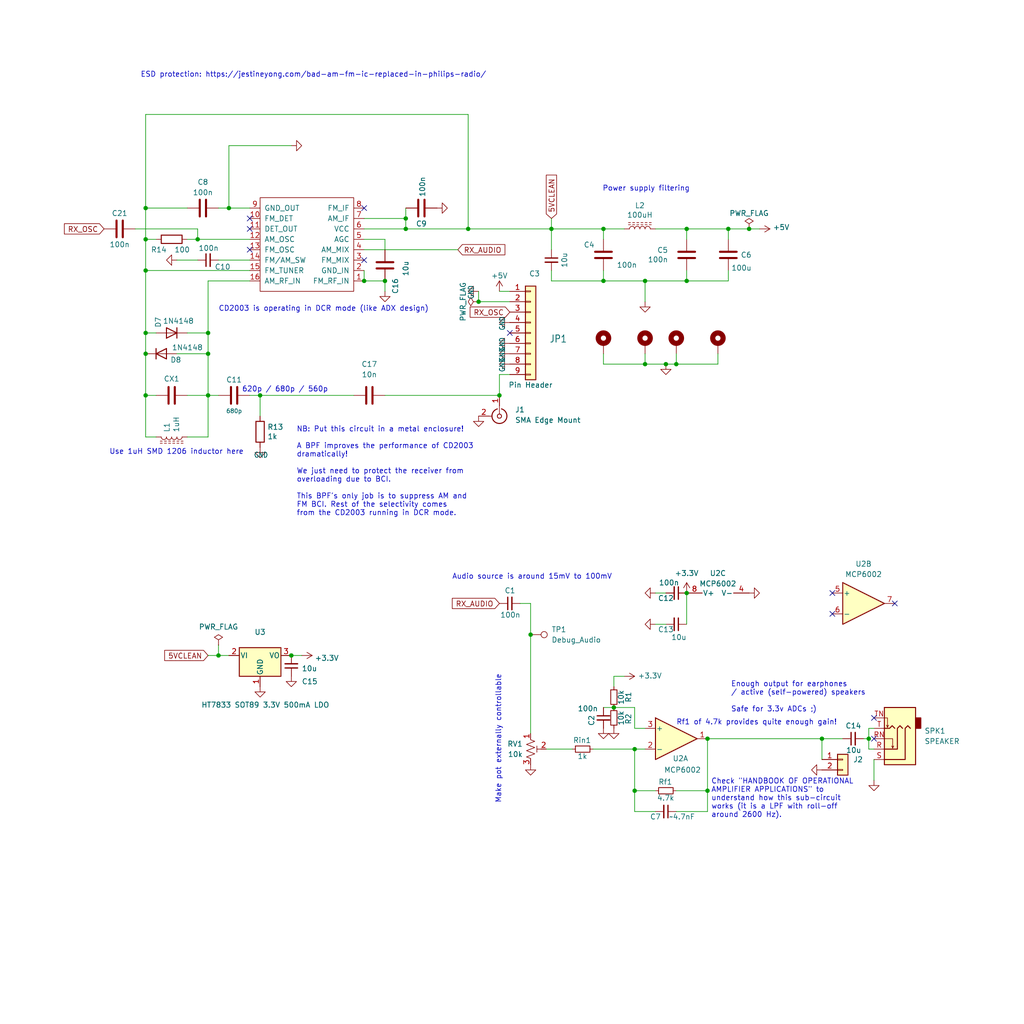
<source format=kicad_sch>
(kicad_sch (version 20230121) (generator eeschema)
  (paper "User" 250.012 250.012)
  (title_block (title "Breakout board (BoB) for CD2003 (DCR Mode)") (date "2023-09-03") (rev "v2.03") (company "Dhiru Kholia (VU3CER)") (comment 1 "Based on ADX and ADX-S designs"))
  (lib_symbols
    (symbol "Amplifier_Operational:MCP6022" (pin_names (offset 0.127))
      (property "Reference" "U" (at 0 5.08 0))
      (property "Value" "MCP6022" (at 0 -5.08 0))
      (symbol "MCP6022_1_1"
        (polyline (pts (xy -5.08 5.08) (xy 5.08 0) (xy -5.08 -5.08) (xy -5.08 5.08)) (stroke (width 0.254)) (fill (type background)))
        (pin output line (at 7.62 0 180) (length 2.54) (name "~") (number "1"))
        (pin input line (at -7.62 -2.54 0) (length 2.54) (name "-") (number "2"))
        (pin input line (at -7.62 2.54 0) (length 2.54) (name "+") (number "3"))
      )
      (symbol "MCP6022_2_1"
        (polyline (pts (xy -5.08 5.08) (xy 5.08 0) (xy -5.08 -5.08) (xy -5.08 5.08)) (stroke (width 0.254)) (fill (type background)))
        (pin input line (at -7.62 2.54 0) (length 2.54) (name "+") (number "5"))
        (pin input line (at -7.62 -2.54 0) (length 2.54) (name "-") (number "6"))
        (pin output line (at 7.62 0 180) (length 2.54) (name "~") (number "7"))
      )
      (symbol "MCP6022_3_1"
        (pin power_in line (at -2.54 -7.62 90) (length 3.81) (name "V-") (number "4"))
        (pin power_in line (at -2.54 7.62 270) (length 3.81) (name "V+") (number "8"))
      )
    )
    (symbol "Connector:Conn_Coaxial" (pin_names (offset 1.016) hide)
      (property "Reference" "J" (at 0.254 3.048 0))
      (property "Value" "Conn_Coaxial" (at 2.921 0 90))
      (symbol "Conn_Coaxial_0_1"
        (arc (start -1.778 -0.508) (mid 0.2311 -1.8066) (end 1.778 0) (stroke (width 0.254)))
        (polyline (pts (xy -2.54 0) (xy -0.508 0)))
        (polyline (pts (xy 0 -2.54) (xy 0 -1.778)))
        (circle (center 0 0) (radius 0.508) (stroke (width 0.2032)))
        (arc (start 1.778 0) (mid 0.2099 1.8101) (end -1.778 0.508) (stroke (width 0.254)))
      )
      (symbol "Conn_Coaxial_1_1"
        (pin passive line (at -5.08 0 0) (length 2.54) (name "In") (number "1"))
        (pin passive line (at 0 -5.08 90) (length 2.54) (name "Ext") (number "2"))
      )
    )
    (symbol "Connector:TestPoint" (pin_numbers hide) (pin_names (offset 0.762) hide)
      (property "Reference" "TP" (at 0 6.858 0))
      (property "Value" "TestPoint" (at 0 5.08 0))
      (symbol "TestPoint_0_1"
        (circle (center 0 3.302) (radius 0.762))
      )
      (symbol "TestPoint_1_1"
        (pin passive line (at 0 0 90) (length 2.54) (name "1") (number "1"))
      )
    )
    (symbol "Connector_Audio:AudioJack3_SwitchTR"
      (property "Reference" "J" (at 0 8.89 0))
      (property "Value" "AudioJack3_SwitchTR" (at 0 6.35 0))
      (symbol "AudioJack3_SwitchTR_0_1"
        (rectangle (start -5.08 -5.08) (end -6.35 -7.62) (stroke (width 0.254)) (fill (type outline)))
        (polyline (pts (xy 0.508 -0.254) (xy 0.762 -0.762)))
        (polyline (pts (xy 1.778 -5.334) (xy 2.032 -5.842)))
        (polyline (pts (xy 0 -5.08) (xy 0.635 -5.715) (xy 1.27 -5.08) (xy 2.54 -5.08)) (stroke (width 0.254)))
        (polyline (pts (xy 2.54 -7.62) (xy 1.778 -7.62) (xy 1.778 -5.334) (xy 1.524 -5.842)))
        (polyline (pts (xy 2.54 -2.54) (xy 0.508 -2.54) (xy 0.508 -0.254) (xy 0.254 -0.762)))
        (polyline (pts (xy -1.905 -5.08) (xy -1.27 -5.715) (xy -0.635 -5.08) (xy -0.635 0) (xy 2.54 0)) (stroke (width 0.254)))
        (polyline (pts (xy 2.54 2.54) (xy -2.54 2.54) (xy -2.54 -5.08) (xy -3.175 -5.715) (xy -3.81 -5.08)) (stroke (width 0.254)))
        (rectangle (start 2.54 3.81) (end -5.08 -10.16) (stroke (width 0.254)) (fill (type background)))
      )
      (symbol "AudioJack3_SwitchTR_1_1"
        (pin passive line (at 5.08 0 180) (length 2.54) (name "~") (number "R"))
        (pin passive line (at 5.08 -2.54 180) (length 2.54) (name "~") (number "RN"))
        (pin passive line (at 5.08 2.54 180) (length 2.54) (name "~") (number "S"))
        (pin passive line (at 5.08 -5.08 180) (length 2.54) (name "~") (number "T"))
        (pin passive line (at 5.08 -7.62 180) (length 2.54) (name "~") (number "TN"))
      )
    )
    (symbol "Connector_Generic:Conn_01x02" (pin_names (offset 1.016) hide)
      (property "Reference" "J" (at 0 2.54 0))
      (property "Value" "Conn_01x02" (at 0 -5.08 0))
      (symbol "Conn_01x02_1_1"
        (rectangle (start -1.27 -2.413) (end 0 -2.667) (stroke (width 0.1524)))
        (rectangle (start -1.27 0.127) (end 0 -0.127) (stroke (width 0.1524)))
        (rectangle (start -1.27 1.27) (end 1.27 -3.81) (stroke (width 0.254)) (fill (type background)))
        (pin passive line (at -5.08 0 0) (length 3.81) (name "Pin_1") (number "1"))
        (pin passive line (at -5.08 -2.54 0) (length 3.81) (name "Pin_2") (number "2"))
      )
    )
    (symbol "Connector_Generic:Conn_01x09" (pin_names (offset 1.016) hide)
      (property "Reference" "J" (at 0 12.7 0))
      (property "Value" "Conn_01x09" (at 0 -12.7 0))
      (symbol "Conn_01x09_1_1"
        (rectangle (start -1.27 -10.033) (end 0 -10.287) (stroke (width 0.1524)))
        (rectangle (start -1.27 -7.493) (end 0 -7.747) (stroke (width 0.1524)))
        (rectangle (start -1.27 -4.953) (end 0 -5.207) (stroke (width 0.1524)))
        (rectangle (start -1.27 -2.413) (end 0 -2.667) (stroke (width 0.1524)))
        (rectangle (start -1.27 0.127) (end 0 -0.127) (stroke (width 0.1524)))
        (rectangle (start -1.27 2.667) (end 0 2.413) (stroke (width 0.1524)))
        (rectangle (start -1.27 5.207) (end 0 4.953) (stroke (width 0.1524)))
        (rectangle (start -1.27 7.747) (end 0 7.493) (stroke (width 0.1524)))
        (rectangle (start -1.27 10.287) (end 0 10.033) (stroke (width 0.1524)))
        (rectangle (start -1.27 11.43) (end 1.27 -11.43) (stroke (width 0.254)) (fill (type background)))
        (pin passive line (at -5.08 10.16 0) (length 3.81) (name "Pin_1") (number "1"))
        (pin passive line (at -5.08 7.62 0) (length 3.81) (name "Pin_2") (number "2"))
        (pin passive line (at -5.08 5.08 0) (length 3.81) (name "Pin_3") (number "3"))
        (pin passive line (at -5.08 2.54 0) (length 3.81) (name "Pin_4") (number "4"))
        (pin passive line (at -5.08 0 0) (length 3.81) (name "Pin_5") (number "5"))
        (pin passive line (at -5.08 -2.54 0) (length 3.81) (name "Pin_6") (number "6"))
        (pin passive line (at -5.08 -5.08 0) (length 3.81) (name "Pin_7") (number "7"))
        (pin passive line (at -5.08 -7.62 0) (length 3.81) (name "Pin_8") (number "8"))
        (pin passive line (at -5.08 -10.16 0) (length 3.81) (name "Pin_9") (number "9"))
      )
    )
    (symbol "D_1" (pin_numbers hide) (pin_names (offset 1.016) hide)
      (property "Reference" "D" (at 0 2.54 0))
      (property "Value" "D" (at 0 -2.54 0))
      (symbol "D_1_0_1"
        (polyline (pts (xy -1.27 1.27) (xy -1.27 -1.27)) (stroke (width 0.254)))
        (polyline (pts (xy 1.27 0) (xy -1.27 0)))
        (polyline (pts (xy 1.27 1.27) (xy 1.27 -1.27) (xy -1.27 0) (xy 1.27 1.27)) (stroke (width 0.254)))
      )
      (symbol "D_1_1_1"
        (pin passive line (at -3.81 0 0) (length 2.54) (name "K") (number "1"))
        (pin passive line (at 3.81 0 180) (length 2.54) (name "A") (number "2"))
      )
    )
    (symbol "Device:C" (pin_numbers hide) (pin_names (offset 0.254))
      (property "Reference" "C" (at 0.635 2.54 0))
      (property "Value" "C" (at 0.635 -2.54 0))
      (symbol "C_0_1"
        (polyline (pts (xy -2.032 -0.762) (xy 2.032 -0.762)) (stroke (width 0.508)))
        (polyline (pts (xy -2.032 0.762) (xy 2.032 0.762)) (stroke (width 0.508)))
      )
      (symbol "C_1_1"
        (pin passive line (at 0 3.81 270) (length 2.794) (name "~") (number "1"))
        (pin passive line (at 0 -3.81 90) (length 2.794) (name "~") (number "2"))
      )
    )
    (symbol "Device:C_Small" (pin_numbers hide) (pin_names (offset 0.254) hide)
      (property "Reference" "C" (at 0.254 1.778 0))
      (property "Value" "C_Small" (at 0.254 -2.032 0))
      (symbol "C_Small_0_1"
        (polyline (pts (xy -1.524 -0.508) (xy 1.524 -0.508)) (stroke (width 0.3302)))
        (polyline (pts (xy -1.524 0.508) (xy 1.524 0.508)) (stroke (width 0.3048)))
      )
      (symbol "C_Small_1_1"
        (pin passive line (at 0 2.54 270) (length 2.032) (name "~") (number "1"))
        (pin passive line (at 0 -2.54 90) (length 2.032) (name "~") (number "2"))
      )
    )
    (symbol "Device:D" (pin_numbers hide) (pin_names (offset 1.016) hide)
      (property "Reference" "D" (at 0 2.54 0))
      (property "Value" "D" (at 0 -2.54 0))
      (symbol "D_0_1"
        (polyline (pts (xy -1.27 1.27) (xy -1.27 -1.27)) (stroke (width 0.254)))
        (polyline (pts (xy 1.27 0) (xy -1.27 0)))
        (polyline (pts (xy 1.27 1.27) (xy 1.27 -1.27) (xy -1.27 0) (xy 1.27 1.27)) (stroke (width 0.254)))
      )
      (symbol "D_1_1"
        (pin passive line (at -3.81 0 0) (length 2.54) (name "K") (number "1"))
        (pin passive line (at 3.81 0 180) (length 2.54) (name "A") (number "2"))
      )
    )
    (symbol "Device:L_Ferrite" (pin_numbers hide) (pin_names (offset 1.016) hide)
      (property "Reference" "L" (at -1.27 0 90))
      (property "Value" "L_Ferrite" (at 2.794 0 90))
      (symbol "L_Ferrite_0_1"
        (arc (start 0 -2.54) (mid 0.6323 -1.905) (end 0 -1.27))
        (arc (start 0 -1.27) (mid 0.6323 -0.635) (end 0 0))
        (polyline (pts (xy 1.016 -2.794) (xy 1.016 -2.286)))
        (polyline (pts (xy 1.016 -1.778) (xy 1.016 -1.27)))
        (polyline (pts (xy 1.016 -0.762) (xy 1.016 -0.254)))
        (polyline (pts (xy 1.016 0.254) (xy 1.016 0.762)))
        (polyline (pts (xy 1.016 1.27) (xy 1.016 1.778)))
        (polyline (pts (xy 1.016 2.286) (xy 1.016 2.794)))
        (polyline (pts (xy 1.524 -2.286) (xy 1.524 -2.794)))
        (polyline (pts (xy 1.524 -1.27) (xy 1.524 -1.778)))
        (polyline (pts (xy 1.524 -0.254) (xy 1.524 -0.762)))
        (polyline (pts (xy 1.524 0.762) (xy 1.524 0.254)))
        (polyline (pts (xy 1.524 1.778) (xy 1.524 1.27)))
        (polyline (pts (xy 1.524 2.794) (xy 1.524 2.286)))
        (arc (start 0 0) (mid 0.6323 0.635) (end 0 1.27))
        (arc (start 0 1.27) (mid 0.6323 1.905) (end 0 2.54))
      )
      (symbol "L_Ferrite_1_1"
        (pin passive line (at 0 3.81 270) (length 1.27) (name "1") (number "1"))
        (pin passive line (at 0 -3.81 90) (length 1.27) (name "2") (number "2"))
      )
    )
    (symbol "Device:R" (pin_numbers hide) (pin_names (offset 0))
      (property "Reference" "R" (at 2.032 0 90))
      (property "Value" "R" (at 0 0 90))
      (symbol "R_0_1"
        (rectangle (start -1.016 -2.54) (end 1.016 2.54) (stroke (width 0.254)))
      )
      (symbol "R_1_1"
        (pin passive line (at 0 3.81 270) (length 1.27) (name "~") (number "1"))
        (pin passive line (at 0 -3.81 90) (length 1.27) (name "~") (number "2"))
      )
    )
    (symbol "Device:R_Potentiometer_Trim_US" (pin_names (offset 1.016) hide)
      (property "Reference" "RV" (at -4.445 0 90))
      (property "Value" "R_Potentiometer_Trim_US" (at -2.54 0 90))
      (symbol "R_Potentiometer_Trim_US_0_1"
        (polyline (pts (xy 0 -2.286) (xy 0 -2.54)))
        (polyline (pts (xy 0 2.286) (xy 0 2.54)))
        (polyline (pts (xy 1.524 0.762) (xy 1.524 -0.762)))
        (polyline (pts (xy 2.54 0) (xy 1.524 0)))
        (polyline (pts (xy 0 -0.762) (xy 1.016 -1.143) (xy 0 -1.524) (xy -1.016 -1.905) (xy 0 -2.286)))
        (polyline (pts (xy 0 0.762) (xy 1.016 0.381) (xy 0 0) (xy -1.016 -0.381) (xy 0 -0.762)))
        (polyline (pts (xy 0 2.286) (xy 1.016 1.905) (xy 0 1.524) (xy -1.016 1.143) (xy 0 0.762)))
      )
      (symbol "R_Potentiometer_Trim_US_1_1"
        (pin passive line (at 0 3.81 270) (length 1.27) (name "1") (number "1"))
        (pin passive line (at 3.81 0 180) (length 1.27) (name "2") (number "2"))
        (pin passive line (at 0 -3.81 90) (length 1.27) (name "3") (number "3"))
      )
    )
    (symbol "Device:R_Small" (pin_numbers hide) (pin_names (offset 0.254) hide)
      (property "Reference" "R" (at 0.762 0.508 0))
      (property "Value" "R_Small" (at 0.762 -1.016 0))
      (symbol "R_Small_0_1"
        (rectangle (start -0.762 1.778) (end 0.762 -1.778) (stroke (width 0.2032)))
      )
      (symbol "R_Small_1_1"
        (pin passive line (at 0 2.54 270) (length 0.762) (name "~") (number "1"))
        (pin passive line (at 0 -2.54 90) (length 0.762) (name "~") (number "2"))
      )
    )
    (symbol "Mechanical:MountingHole_Pad" (pin_numbers hide) (pin_names (offset 1.016) hide)
      (property "Reference" "H" (at 0 6.35 0))
      (property "Value" "MountingHole_Pad" (at 0 4.445 0))
      (symbol "MountingHole_Pad_0_1"
        (circle (center 0 1.27) (radius 1.27) (stroke (width 1.27)))
      )
      (symbol "MountingHole_Pad_1_1"
        (pin input line (at 0 -2.54 90) (length 2.54) (name "1") (number "1"))
      )
    )
    (symbol "Regulator_Linear:MCP1703Ax-330xxMB" (pin_names (offset 0.254))
      (property "Reference" "U" (at -3.81 3.175 0))
      (property "Value" "MCP1703Ax-330xxMB" (at 0 3.175 0))
      (symbol "MCP1703Ax-330xxMB_0_1"
        (rectangle (start -5.08 -5.08) (end 5.08 1.905) (stroke (width 0.254)) (fill (type background)))
      )
      (symbol "MCP1703Ax-330xxMB_1_1"
        (pin power_in line (at 0 -7.62 90) (length 2.54) (name "GND") (number "1"))
        (pin power_in line (at -7.62 0 0) (length 2.54) (name "VI") (number "2"))
        (pin power_out line (at 7.62 0 180) (length 2.54) (name "VO") (number "3"))
      )
    )
    (symbol "cd2003gb_gp_fixed:CD2003GB_GP_Fixed" (pin_names (offset 1.016))
      (symbol "CD2003GB_GP_Fixed_0_1"
        (rectangle (start -11.43 17.78) (end 11.43 -5.08))
      )
      (symbol "CD2003GB_GP_Fixed_1_1"
        (pin input line (at -8.89 -7.62 90) (length 2.54) (name "FM_RF_IN") (number "1"))
        (pin input line (at 6.35 20.32 270) (length 2.54) (name "FM_DET") (number "10"))
        (pin input line (at 3.81 20.32 270) (length 2.54) (name "DET_OUT") (number "11"))
        (pin input line (at 1.27 20.32 270) (length 2.54) (name "AM_OSC") (number "12"))
        (pin input line (at -1.27 20.32 270) (length 2.54) (name "FM_OSC") (number "13"))
        (pin input line (at -3.81 20.32 270) (length 2.54) (name "FM/AM_SW") (number "14"))
        (pin input line (at -6.35 20.32 270) (length 2.54) (name "FM_TUNER") (number "15"))
        (pin input line (at -8.89 20.32 270) (length 2.54) (name "AM_RF_IN") (number "16"))
        (pin input line (at -6.35 -7.62 90) (length 2.54) (name "GND_IN") (number "2"))
        (pin input line (at -3.81 -7.62 90) (length 2.54) (name "FM_MIX") (number "3"))
        (pin input line (at -1.27 -7.62 90) (length 2.54) (name "AM_MIX") (number "4"))
        (pin passive line (at 1.27 -7.62 90) (length 2.54) (name "AGC") (number "5"))
        (pin input line (at 3.81 -7.62 90) (length 2.54) (name "VCC") (number "6"))
        (pin input line (at 6.35 -7.62 90) (length 2.54) (name "AM_IF") (number "7"))
        (pin input line (at 8.89 -7.62 90) (length 2.54) (name "FM_IF") (number "8"))
        (pin input line (at 8.89 20.32 270) (length 2.54) (name "GND_OUT") (number "9"))
      )
    )
    (symbol "power:+3.3V" (power) (pin_names (offset 0))
      (property "Value" "+3.3V" (at 0 3.556 0))
      (symbol "+3.3V_0_1"
        (polyline (pts (xy -0.762 1.27) (xy 0 2.54)))
        (polyline (pts (xy 0 0) (xy 0 2.54)))
        (polyline (pts (xy 0 2.54) (xy 0.762 1.27)))
      )
      (symbol "+3.3V_1_1"
        (pin power_in line (at 0 0 90) (length 0) hide (name "+3.3V") (number "1"))
      )
    )
    (symbol "power:+5V" (power) (pin_names (offset 0))
      (property "Value" "+5V" (at 0 3.556 0))
      (symbol "+5V_0_1"
        (polyline (pts (xy -0.762 1.27) (xy 0 2.54)))
        (polyline (pts (xy 0 0) (xy 0 2.54)))
        (polyline (pts (xy 0 2.54) (xy 0.762 1.27)))
      )
      (symbol "+5V_1_1"
        (pin power_in line (at 0 0 90) (length 0) hide (name "+5V") (number "1"))
      )
    )
    (symbol "power:GND" (power) (pin_names (offset 0))
      (property "Value" "GND" (at 0 -3.81 0))
      (symbol "GND_0_1"
        (polyline (pts (xy 0 0) (xy 0 -1.27) (xy 1.27 -1.27) (xy 0 -2.54) (xy -1.27 -1.27) (xy 0 -1.27)))
      )
      (symbol "GND_1_1"
        (pin power_in line (at 0 0 270) (length 0) hide (name "GND") (number "1"))
      )
    )
    (symbol "power:PWR_FLAG" (power) (pin_numbers hide) (pin_names (offset 0) hide)
      (property "Value" "PWR_FLAG" (at 0 3.81 0))
      (symbol "PWR_FLAG_0_0"
        (pin power_out line (at 0 0 90) (length 0) (name "pwr") (number "1"))
      )
      (symbol "PWR_FLAG_0_1"
        (polyline (pts (xy 0 0) (xy 0 1.27) (xy -1.016 1.905) (xy 0 2.54) (xy 1.016 1.905) (xy 0 1.27)))
      )
    )
  )
  (junction (at 121.92 96.52))
  (junction (at 50.8 86.36))
  (junction (at 116.84 73.66))
  (junction (at 167.64 144.78))
  (junction (at 50.8 96.52))
  (junction (at 88.9 68.58))
  (junction (at 71.12 160.02))
  (junction (at 212.09 180.34))
  (junction (at 167.64 55.88))
  (junction (at 50.8 81.28))
  (junction (at 154.94 182.88))
  (junction (at 157.48 68.58))
  (junction (at 35.56 96.52))
  (junction (at 147.32 55.88))
  (junction (at 182.88 55.88))
  (junction (at 200.66 180.34))
  (junction (at 129.54 154.94))
  (junction (at 48.26 58.42))
  (junction (at 99.06 53.34))
  (junction (at 35.56 86.36))
  (junction (at 55.88 50.8))
  (junction (at 172.72 180.34))
  (junction (at 93.98 68.58))
  (junction (at 99.06 55.88))
  (junction (at 134.62 55.88))
  (junction (at 162.56 88.9))
  (junction (at 177.8 55.88))
  (junction (at 114.3 55.88))
  (junction (at 149.86 172.72))
  (junction (at 167.64 68.58))
  (junction (at 165.1 88.9))
  (junction (at 53.34 160.02))
  (junction (at 147.32 68.58))
  (junction (at 157.48 88.9))
  (junction (at 172.72 193.04))
  (junction (at 35.56 66.04))
  (junction (at 35.56 50.8))
  (junction (at 35.56 58.42))
  (junction (at 63.5 96.52))
  (junction (at 154.94 193.04))
  (junction (at 35.56 81.28))
  (no_connect (at 213.36 175.26))
  (no_connect (at 203.2 149.86))
  (no_connect (at 60.96 60.96))
  (no_connect (at 88.9 63.5))
  (no_connect (at 60.96 55.88))
  (no_connect (at 124.46 81.28))
  (no_connect (at 203.2 144.78))
  (no_connect (at 60.96 53.34))
  (no_connect (at 218.44 147.32))
  (no_connect (at 88.9 50.8))
  (no_connect (at 213.36 180.34))
  (wire (pts (xy 121.92 96.52) (xy 121.92 91.44)))
  (wire (pts (xy 149.86 165.1) (xy 149.86 167.64)))
  (wire (pts (xy 50.8 96.52) (xy 53.34 96.52)))
  (wire (pts (xy 127 147.32) (xy 129.54 147.32)))
  (wire (pts (xy 53.34 50.8) (xy 55.88 50.8)))
  (wire (pts (xy 212.09 180.34) (xy 212.09 177.8)))
  (wire (pts (xy 121.92 71.12) (xy 124.46 71.12)))
  (wire (pts (xy 60.96 96.52) (xy 63.5 96.52)))
  (wire (pts (xy 149.86 172.72) (xy 154.94 172.72)))
  (wire (pts (xy 147.32 68.58) (xy 157.48 68.58)))
  (wire (pts (xy 45.72 81.28) (xy 50.8 81.28)))
  (wire (pts (xy 63.5 101.6) (xy 63.5 96.52)))
  (wire (pts (xy 93.98 68.58) (xy 93.98 71.12)))
  (wire (pts (xy 114.3 55.88) (xy 134.62 55.88)))
  (wire (pts (xy 154.94 193.04) (xy 154.94 182.88)))
  (wire (pts (xy 172.72 180.34) (xy 172.72 193.04)))
  (wire (pts (xy 134.62 55.88) (xy 134.62 60.96)))
  (wire (pts (xy 177.8 66.04) (xy 177.8 68.58)))
  (wire (pts (xy 157.48 88.9) (xy 162.56 88.9)))
  (wire (pts (xy 147.32 86.36) (xy 147.32 88.9)))
  (wire (pts (xy 38.1 81.28) (xy 35.56 81.28)))
  (wire (pts (xy 121.92 91.44) (xy 124.46 91.44)))
  (wire (pts (xy 55.88 50.8) (xy 55.88 35.56)))
  (wire (pts (xy 53.34 157.48) (xy 53.34 160.02)))
  (wire (pts (xy 157.48 86.36) (xy 157.48 88.9)))
  (wire (pts (xy 210.82 180.34) (xy 212.09 180.34)))
  (wire (pts (xy 55.88 35.56) (xy 71.12 35.56)))
  (wire (pts (xy 35.56 96.52) (xy 38.1 96.52)))
  (wire (pts (xy 147.32 88.9) (xy 157.48 88.9)))
  (wire (pts (xy 134.62 55.88) (xy 147.32 55.88)))
  (wire (pts (xy 200.66 180.34) (xy 200.66 185.42)))
  (wire (pts (xy 53.34 160.02) (xy 55.88 160.02)))
  (wire (pts (xy 147.32 172.72) (xy 149.86 172.72)))
  (wire (pts (xy 134.62 66.04) (xy 134.62 68.58)))
  (wire (pts (xy 157.48 68.58) (xy 167.64 68.58)))
  (wire (pts (xy 93.98 96.52) (xy 121.92 96.52)))
  (wire (pts (xy 177.8 55.88) (xy 182.88 55.88)))
  (wire (pts (xy 212.09 177.8) (xy 213.36 177.8)))
  (wire (pts (xy 35.56 50.8) (xy 45.72 50.8)))
  (wire (pts (xy 60.96 50.8) (xy 55.88 50.8)))
  (wire (pts (xy 167.64 55.88) (xy 167.64 58.42)))
  (wire (pts (xy 116.84 71.12) (xy 116.84 73.66)))
  (wire (pts (xy 99.06 50.8) (xy 99.06 53.34)))
  (wire (pts (xy 172.72 180.34) (xy 200.66 180.34)))
  (wire (pts (xy 53.34 63.5) (xy 60.96 63.5)))
  (wire (pts (xy 88.9 53.34) (xy 99.06 53.34)))
  (wire (pts (xy 177.8 55.88) (xy 177.8 58.42)))
  (wire (pts (xy 167.64 55.88) (xy 177.8 55.88)))
  (wire (pts (xy 162.56 144.78) (xy 160.02 144.78)))
  (wire (pts (xy 50.8 86.36) (xy 50.8 81.28)))
  (wire (pts (xy 175.26 88.9) (xy 175.26 86.36)))
  (wire (pts (xy 154.94 177.8) (xy 157.48 177.8)))
  (wire (pts (xy 165.1 193.04) (xy 172.72 193.04)))
  (wire (pts (xy 160.02 193.04) (xy 154.94 193.04)))
  (wire (pts (xy 129.54 147.32) (xy 129.54 154.94)))
  (wire (pts (xy 35.56 58.42) (xy 35.56 50.8)))
  (wire (pts (xy 99.06 53.34) (xy 99.06 55.88)))
  (wire (pts (xy 147.32 58.42) (xy 147.32 55.88)))
  (wire (pts (xy 50.8 96.52) (xy 50.8 86.36)))
  (wire (pts (xy 35.56 66.04) (xy 35.56 58.42)))
  (wire (pts (xy 88.9 60.96) (xy 111.76 60.96)))
  (wire (pts (xy 154.94 172.72) (xy 154.94 177.8)))
  (wire (pts (xy 50.8 68.58) (xy 60.96 68.58)))
  (wire (pts (xy 43.18 86.36) (xy 50.8 86.36)))
  (wire (pts (xy 162.56 88.9) (xy 165.1 88.9)))
  (wire (pts (xy 114.3 27.94) (xy 114.3 55.88)))
  (wire (pts (xy 129.54 154.94) (xy 129.54 179.07)))
  (wire (pts (xy 154.94 182.88) (xy 157.48 182.88)))
  (wire (pts (xy 43.18 63.5) (xy 48.26 63.5)))
  (wire (pts (xy 133.35 182.88) (xy 139.7 182.88)))
  (wire (pts (xy 35.56 96.52) (xy 35.56 86.36)))
  (wire (pts (xy 167.64 66.04) (xy 167.64 68.58)))
  (wire (pts (xy 35.56 81.28) (xy 35.56 86.36)))
  (wire (pts (xy 35.56 66.04) (xy 60.96 66.04)))
  (wire (pts (xy 88.9 68.58) (xy 93.98 68.58)))
  (wire (pts (xy 165.1 198.12) (xy 172.72 198.12)))
  (wire (pts (xy 116.84 73.66) (xy 124.46 73.66)))
  (wire (pts (xy 35.56 50.8) (xy 35.56 27.94)))
  (wire (pts (xy 200.66 180.34) (xy 205.74 180.34)))
  (wire (pts (xy 48.26 58.42) (xy 60.96 58.42)))
  (wire (pts (xy 71.12 160.02) (xy 73.66 160.02)))
  (wire (pts (xy 88.9 55.88) (xy 99.06 55.88)))
  (wire (pts (xy 172.72 198.12) (xy 172.72 193.04)))
  (wire (pts (xy 38.1 106.68) (xy 35.56 106.68)))
  (wire (pts (xy 154.94 198.12) (xy 160.02 198.12)))
  (wire (pts (xy 50.8 68.58) (xy 50.8 81.28)))
  (wire (pts (xy 212.09 182.88) (xy 212.09 180.34)))
  (wire (pts (xy 147.32 66.04) (xy 147.32 68.58)))
  (wire (pts (xy 35.56 27.94) (xy 114.3 27.94)))
  (wire (pts (xy 154.94 198.12) (xy 154.94 193.04)))
  (wire (pts (xy 152.4 165.1) (xy 149.86 165.1)))
  (wire (pts (xy 38.1 58.42) (xy 35.56 58.42)))
  (wire (pts (xy 157.48 73.66) (xy 157.48 68.58)))
  (wire (pts (xy 45.72 106.68) (xy 50.8 106.68)))
  (wire (pts (xy 134.62 53.34) (xy 134.62 55.88)))
  (wire (pts (xy 35.56 66.04) (xy 35.56 81.28)))
  (wire (pts (xy 45.72 96.52) (xy 50.8 96.52)))
  (wire (pts (xy 99.06 55.88) (xy 114.3 55.88)))
  (wire (pts (xy 50.8 96.52) (xy 50.8 106.68)))
  (wire (pts (xy 35.56 96.52) (xy 35.56 106.68)))
  (wire (pts (xy 167.64 144.78) (xy 167.64 152.4)))
  (wire (pts (xy 134.62 68.58) (xy 147.32 68.58)))
  (wire (pts (xy 213.36 182.88) (xy 212.09 182.88)))
  (wire (pts (xy 33.02 55.88) (xy 48.26 55.88)))
  (wire (pts (xy 50.8 160.02) (xy 53.34 160.02)))
  (wire (pts (xy 93.98 58.42) (xy 93.98 60.96)))
  (wire (pts (xy 165.1 86.36) (xy 165.1 88.9)))
  (wire (pts (xy 45.72 58.42) (xy 48.26 58.42)))
  (wire (pts (xy 167.64 68.58) (xy 177.8 68.58)))
  (wire (pts (xy 48.26 55.88) (xy 48.26 58.42)))
  (wire (pts (xy 162.56 152.4) (xy 160.02 152.4)))
  (wire (pts (xy 88.9 66.04) (xy 88.9 68.58)))
  (wire (pts (xy 213.36 185.42) (xy 213.36 190.5)))
  (wire (pts (xy 147.32 55.88) (xy 152.4 55.88)))
  (wire (pts (xy 182.88 55.88) (xy 185.42 55.88)))
  (wire (pts (xy 165.1 88.9) (xy 175.26 88.9)))
  (wire (pts (xy 160.02 55.88) (xy 167.64 55.88)))
  (wire (pts (xy 88.9 58.42) (xy 93.98 58.42)))
  (wire (pts (xy 144.78 182.88) (xy 154.94 182.88)))
  (wire (pts (xy 63.5 96.52) (xy 86.36 96.52)))
  (text "Check \"HANDBOOK OF OPERATIONAL\nAMPLIFIER APPLICATIONS\" to \nunderstand how this sub-circuit\nworks (it is a LPF with roll-off\naround 2600 Hz)." (at 173.609 199.771 0) (effects (font (size 1.27 1.27)) (justify left bottom)))
  (text "Use 1uH SMD 1206 inductor here" (at 26.67 111.125 0) (effects (font (size 1.27 1.27)) (justify left bottom)))
  (text "Enough output for earphones \n/ active (self-powered) speakers\n\nSafe for 3.3v ADCs ;)" (at 178.435 173.99 0) (effects (font (size 1.27 1.27)) (justify left bottom)))
  (text "Rf1 of 4.7k provides quite enough gain!" (at 165.1 177.165 0) (effects (font (size 1.27 1.27)) (justify left bottom)))
  (text "Make pot externally controllable" (at 122.428 196.215 90) (effects (font (size 1.27 1.27)) (justify left bottom)))
  (text "NB: Put this circuit in a metal enclosure!\n\nA BPF improves the performance of CD2003\ndramatically!\n\nWe just need to protect the receiver from\noverloading due to BCI.\n\nThis BPF's only job is to suppress AM and \nFM BCI. Rest of the selectivity comes\nfrom the CD2003 running in DCR mode.\n\n\n" (at 72.39 130.175 0) (effects (font (size 1.27 1.27)) (justify left bottom)))
  (text "Power supply filtering" (at 147.066 46.863 0) (effects (font (size 1.27 1.27)) (justify left bottom)))
  (text "Audio source is around 15mV to 100mV" (at 110.363 141.605 0) (effects (font (size 1.27 1.27)) (justify left bottom)))
  (text "620p / 680p / 560p" (at 59.055 95.885 0) (effects (font (size 1.27 1.27)) (justify left bottom)))
  (text "CD2003 is operating in DCR mode (like ADX design)" (at 53.34 76.2 0) (effects (font (size 1.27 1.27)) (justify left bottom)))
  (text "ESD protection: https://jestineyong.com/bad-am-fm-ic-replaced-in-philips-radio/" (at 118.745 19.05 0) (effects (font (size 1.27 1.27)) (justify right bottom)))
  (global_label "5VCLEAN" (shape input) (at 50.8 160.02 180) (property "Intersheetrefs" "${INTERSHEET_REFS}" (effects hide)))
  (global_label "RX_OSC" (shape input) (at 25.4 55.88 180) (property "Intersheetrefs" "${INTERSHEET_REFS}" (effects hide)))
  (global_label "RX_AUDIO" (shape input) (at 111.76 60.96 0) (property "Intersheetrefs" "${INTERSHEET_REFS}" (effects hide)))
  (global_label "RX_AUDIO" (shape input) (at 121.92 147.32 180) (property "Intersheetrefs" "${INTERSHEET_REFS}" (effects hide)))
  (global_label "5VCLEAN" (shape input) (at 134.62 53.34 90) (property "Intersheetrefs" "${INTERSHEET_REFS}" (effects hide)))
  (global_label "RX_OSC" (shape input) (at 124.46 76.2 180) (property "Intersheetrefs" "${INTERSHEET_REFS}" (effects hide)))
  (symbol (lib_id "Mechanical:MountingHole_Pad") (at 147.32 83.82 0) (unit 1)
    (property "Reference" "H1" (effects hide))
    (property "Value" "MountingHole_Pad" (effects hide))
    (property "Footprint" "MountingHole:MountingHole_2.2mm_M2_Pad_Via" (effects hide))
  )
  (symbol (lib_id "Mechanical:MountingHole_Pad") (at 157.48 83.82 0) (unit 1)
    (property "Reference" "H2" (effects hide))
    (property "Value" "MountingHole_Pad" (effects hide))
    (property "Footprint" "MountingHole:MountingHole_2.2mm_M2_Pad_Via" (effects hide))
  )
  (symbol (lib_id "power:+5V") (at 121.92 71.12 0) (unit 1)
    (property "Reference" "#PWR0107" (effects hide))
    (property "Value" "+5V" (at 121.92 67.31 0))
  )
  (symbol (lib_id "Device:L_Ferrite") (at 41.91 106.68 270) (unit 1)
    (property "Reference" "L1" (at 40.7416 105.5624 0) (effects (justify right)))
    (property "Value" "1uH" (at 43.053 105.5624 0) (effects (justify right)))
    (property "Footprint" "Inductor_SMD:L_1206_3216Metric_Pad1.22x1.90mm_HandSolder" (effects hide))
  )
  (symbol (lib_id "Device:C") (at 93.98 64.77 0) (unit 1)
    (property "Reference" "C16" (at 96.52 69.85 90))
    (property "Value" " 10u" (at 99.06 66.04 90))
    (property "Footprint" "Capacitor_SMD:C_1206_3216Metric_Pad1.33x1.80mm_HandSolder" (effects hide))
  )
  (symbol (lib_id "Device:C") (at 102.87 50.8 90) (unit 1)
    (property "Reference" "C9" (at 102.87 54.61 90))
    (property "Value" "100n" (at 103.124 45.593 0))
    (property "Footprint" "Capacitor_SMD:C_1206_3216Metric_Pad1.33x1.80mm_HandSolder" (effects hide))
  )
  (symbol (lib_id "cd2003gb_gp_fixed:CD2003GB_GP_Fixed") (at 81.28 59.69 90) (unit 1)
    (property "Reference" "U1" (effects hide))
    (property "Value" "CD2003GB_GP" (effects hide))
    (property "Footprint" "Package_DIP:DIP-16_W7.62mm_Socket" (effects hide))
  )
  (symbol (lib_id "Device:C") (at 29.21 55.88 270) (unit 1)
    (property "Reference" "C21" (at 29.21 52.07 90))
    (property "Value" "100n" (at 29.21 59.69 90))
    (property "Footprint" "Capacitor_SMD:C_1206_3216Metric_Pad1.33x1.80mm_HandSolder" (effects hide))
  )
  (symbol (lib_id "power:GND") (at 162.56 88.9 0) (unit 1)
    (property "Reference" "#PWR010" (effects hide))
    (property "Value" "GNDPWR" (effects hide))
  )
  (symbol (lib_id "Connector_Audio:AudioJack3_SwitchTR") (at 218.44 182.88 180) (unit 1)
    (property "Reference" "SPK1" (at 225.679 178.4349 0) (effects (justify right)))
    (property "Value" "SPEAKER" (at 225.679 180.9749 0) (effects (justify right)))
    (property "Footprint" "footprints:PJ-307_Modded" (effects hide))
  )
  (symbol (lib_id "Device:R_Potentiometer_Trim_US") (at 129.54 182.88 0) (unit 1)
    (property "Reference" "RV1" (at 127.635 181.61 0) (effects (justify right)))
    (property "Value" "10k" (at 127.635 184.15 0) (effects (justify right)))
    (property "Footprint" "Connector_PinHeader_2.54mm:PinHeader_1x03_P2.54mm_Vertical" (effects hide))
  )
  (symbol (lib_id "power:+3.3V") (at 167.64 144.78 0) (unit 1)
    (property "Reference" "#PWR012" (effects hide))
    (property "Value" "+3.3V" (at 167.64 139.954 0))
  )
  (symbol (lib_id "Device:C_Small") (at 50.8 63.5 90) (unit 1)
    (property "Reference" "C10" (at 54.356 65.151 90))
    (property "Value" "100n" (at 50.927 60.579 90))
    (property "Footprint" "Capacitor_SMD:C_1206_3216Metric_Pad1.33x1.80mm_HandSolder" (effects hide))
  )
  (symbol (lib_id "Mechanical:MountingHole_Pad") (at 165.1 83.82 0) (unit 1)
    (property "Reference" "H3" (effects hide))
    (property "Value" "MountingHole_Pad" (effects hide))
    (property "Footprint" "MountingHole:MountingHole_2.2mm_M2_Pad_Via" (effects hide))
  )
  (symbol (lib_id "Device:C_Small") (at 165.1 144.78 270) (unit 1)
    (property "Reference" "C12" (at 162.56 146.05 90))
    (property "Value" "100n" (at 163.322 142.24 90))
    (property "Footprint" "Capacitor_SMD:C_1206_3216Metric_Pad1.33x1.80mm_HandSolder" (effects hide))
    (property "Sim.Device" "SPICE" (effects hide))
    (property "Sim.Params" "type=\"\" model=\"10u\" lib=\"\"" (effects hide))
    (property "Sim.Pins" "1=1 2=2" (effects hide))
  )
  (symbol (lib_id "Device:R_Small") (at 149.86 175.26 0) (unit 1)
    (property "Reference" "R2" (at 153.416 175.514 90))
    (property "Value" "10k" (at 151.6126 175.3108 90))
    (property "Footprint" "Resistor_SMD:R_1206_3216Metric_Pad1.30x1.75mm_HandSolder" (effects hide))
  )
  (symbol (lib_id "power:GND") (at 147.32 177.8 0) (unit 1)
    (property "Reference" "#PWR06" (effects hide))
    (property "Value" "GND" (effects hide))
  )
  (symbol (lib_id "power:PWR_FLAG") (at 116.84 73.66 90) (unit 1)
    (property "Reference" "#FLG01" (effects hide))
    (property "Value" "PWR_FLAG" (at 113.03 73.66 0))
  )
  (symbol (lib_id "power:GND") (at 71.12 35.56 90) (unit 1)
    (property "Reference" "#PWR0132" (effects hide))
    (property "Value" "GNDPWR" (effects hide))
  )
  (symbol (lib_id "Device:R_Small") (at 162.56 193.04 270) (unit 1)
    (property "Reference" "Rf1" (at 162.433 190.881 90))
    (property "Value" "4.7k" (at 162.5092 194.7926 90))
    (property "Footprint" "Resistor_SMD:R_1206_3216Metric_Pad1.30x1.75mm_HandSolder" (effects hide))
  )
  (symbol (lib_id "power:GND") (at 116.84 71.12 270) (unit 1)
    (property "Reference" "#U$0101" (effects hide))
    (property "Value" "~" (at 114.3 69.596 0) (effects (font (size 1.27 1.0795)) (justify left bottom)))
    (property "Footprint" "Adafruit Si5351A:" (effects hide))
  )
  (symbol (lib_id "Device:D") (at 39.37 86.36 0) (unit 1)
    (property "Reference" "D8" (at 42.926 87.8586 0))
    (property "Value" "1N4148" (at 45.7454 84.836 0))
    (property "Footprint" "Diode_THT:D_DO-35_SOD27_P2.54mm_Vertical_KathodeUp" (effects hide))
    (property "Sim.Device" "D" (effects hide))
    (property "Sim.Pins" "1=K 2=A" (effects hide))
  )
  (symbol (lib_id "power:PWR_FLAG") (at 182.88 55.88 0) (unit 1)
    (property "Reference" "#FLG02" (effects hide))
    (property "Value" "PWR_FLAG" (at 182.88 52.07 0))
  )
  (symbol (lib_id "Device:C") (at 177.8 62.23 0) (mirror y) (unit 1)
    (property "Reference" "C6" (at 183.515 62.23 0) (effects (justify left)))
    (property "Value" "100u" (at 183.515 65.405 0) (effects (justify left)))
    (property "Footprint" "Capacitor_SMD:C_1206_3216Metric_Pad1.33x1.80mm_HandSolder" (effects hide))
  )
  (symbol (lib_id "power:+3.3V") (at 152.4 165.1 270) (unit 1)
    (property "Reference" "#PWR08" (effects hide))
    (property "Value" "+3.3V" (at 155.702 164.973 90) (effects (justify left)))
  )
  (symbol (lib_id "power:GND") (at 157.48 73.66 0) (unit 1)
    (property "Reference" "#PWR03" (effects hide))
    (property "Value" "GNDPWR" (effects hide))
  )
  (symbol (lib_id "Device:C_Small") (at 208.28 180.34 90) (unit 1)
    (property "Reference" "C14" (at 208.3308 177.1904 90))
    (property "Value" "10u" (at 208.407 183.134 90))
    (property "Footprint" "Capacitor_SMD:C_1206_3216Metric_Pad1.33x1.80mm_HandSolder" (effects hide))
  )
  (symbol (lib_id "Amplifier_Operational:MCP6022") (at 165.1 180.34 0) (unit 1)
    (property "Reference" "U2" (at 166.116 185.166 0))
    (property "Value" "MCP6002" (at 166.624 187.96 0))
    (property "Footprint" "Package_DIP:DIP-8_W7.62mm" (effects hide))
    (property "Datasheet" "http://ww1.microchip.com/downloads/en/devicedoc/20001685e.pdf" (effects hide))
  )
  (symbol (lib_id "power:GND") (at 71.12 165.1 0) (unit 1)
    (property "Reference" "#PWR017" (effects hide))
    (property "Value" "GND" (effects hide))
  )
  (symbol (lib_id "Device:C_Small") (at 147.32 175.26 0) (unit 1)
    (property "Reference" "C2" (at 144.399 175.895 90))
    (property "Value" "100n" (at 143.51 172.974 0))
    (property "Footprint" "Capacitor_SMD:C_1206_3216Metric_Pad1.33x1.80mm_HandSolder" (effects hide))
    (property "Sim.Device" "SPICE" (effects hide))
    (property "Sim.Params" "type=\"\" model=\"10u\" lib=\"\"" (effects hide))
    (property "Sim.Pins" "1=1 2=2" (effects hide))
  )
  (symbol (lib_id "power:GND") (at 124.46 78.74 270) (unit 1)
    (property "Reference" "#U$04" (effects hide))
    (property "Value" "~" (at 121.92 77.216 0) (effects (font (size 1.27 1.0795)) (justify left bottom)))
    (property "Footprint" "Adafruit Si5351A:" (effects hide))
  )
  (symbol (lib_id "power:GND") (at 124.46 86.36 270) (unit 1)
    (property "Reference" "#U$02" (effects hide))
    (property "Value" "~" (at 121.92 84.836 0) (effects (font (size 1.27 1.0795)) (justify left bottom)))
    (property "Footprint" "Adafruit Si5351A:" (effects hide))
  )
  (symbol (lib_id "Device:C_Small") (at 134.62 63.5 0) (unit 1)
    (property "Reference" "C3" (at 129.159 66.802 0) (effects (justify left)))
    (property "Value" "10u" (at 137.795 65.405 90) (effects (justify left)))
    (property "Footprint" "Capacitor_SMD:C_1206_3216Metric_Pad1.33x1.80mm_HandSolder" (effects hide))
  )
  (symbol (lib_id "Device:C_Small") (at 124.46 147.32 90) (unit 1)
    (property "Reference" "C1" (at 124.5108 144.1704 90))
    (property "Value" "100n" (at 124.587 150.114 90))
    (property "Footprint" "Capacitor_SMD:C_1206_3216Metric_Pad1.33x1.80mm_HandSolder" (effects hide))
  )
  (symbol (lib_id "power:GND") (at 160.02 144.78 270) (unit 1)
    (property "Reference" "#PWR09" (effects hide))
    (property "Value" "GND" (effects hide))
  )
  (symbol (lib_id "Device:C") (at 49.53 50.8 90) (mirror x) (unit 1)
    (property "Reference" "C8" (at 49.53 44.45 90))
    (property "Value" "100n" (at 49.53 46.99 90))
    (property "Footprint" "Capacitor_SMD:C_1206_3216Metric_Pad1.33x1.80mm_HandSolder" (effects hide))
  )
  (symbol (lib_id "Connector_Generic:Conn_01x02") (at 205.74 185.42 0) (unit 1)
    (property "Reference" "J2" (at 208.28 185.42 0) (effects (justify left)))
    (property "Value" "Conn_01x02" (effects hide))
    (property "Footprint" "Connector_PinHeader_2.54mm:PinHeader_1x02_P2.54mm_Vertical" (effects hide))
  )
  (symbol (lib_id "Device:C") (at 167.64 62.23 0) (mirror y) (unit 1)
    (property "Reference" "C5" (at 163.1188 61.0616 0) (effects (justify left)))
    (property "Value" "100n" (at 163.1188 63.373 0) (effects (justify left)))
    (property "Footprint" "Capacitor_SMD:C_1206_3216Metric_Pad1.33x1.80mm_HandSolder" (effects hide))
  )
  (symbol (lib_id "power:GND") (at 129.54 186.69 0) (unit 1)
    (property "Reference" "#PWR01" (effects hide))
    (property "Value" "GND" (effects hide))
  )
  (symbol (lib_id "power:GND") (at 93.98 71.12 0) (unit 1)
    (property "Reference" "#PWR02" (effects hide))
    (property "Value" "GNDPWR" (effects hide))
  )
  (symbol (lib_id "power:GND") (at 124.46 88.9 270) (unit 1)
    (property "Reference" "#U$03" (effects hide))
    (property "Value" "~" (at 121.92 87.376 0) (effects (font (size 1.27 1.0795)) (justify left bottom)))
    (property "Footprint" "Adafruit Si5351A:" (effects hide))
  )
  (symbol (lib_id "power:GND") (at 43.18 63.5 270) (unit 1)
    (property "Reference" "#PWR0131" (effects hide))
    (property "Value" "GNDPWR" (effects hide))
  )
  (symbol (lib_id "Device:R_Small") (at 142.24 182.88 270) (unit 1)
    (property "Reference" "Rin1" (at 142.113 180.721 90))
    (property "Value" "1k" (at 142.1892 184.6326 90))
    (property "Footprint" "Resistor_SMD:R_1206_3216Metric_Pad1.30x1.75mm_HandSolder" (effects hide))
  )
  (symbol (lib_id "Device:R") (at 63.5 105.41 0) (unit 1)
    (property "Reference" "R13" (at 65.278 104.2416 0) (effects (justify left)))
    (property "Value" "1k" (at 65.278 106.553 0) (effects (justify left)))
    (property "Footprint" "Resistor_SMD:R_1206_3216Metric_Pad1.30x1.75mm_HandSolder" (effects hide))
  )
  (symbol (lib_id "Device:C") (at 90.17 96.52 90) (unit 1)
    (property "Reference" "C17" (at 90.17 88.9 90))
    (property "Value" "10n" (at 90.17 91.44 90))
    (property "Footprint" "Capacitor_SMD:C_1206_3216Metric_Pad1.33x1.80mm_HandSolder" (effects hide))
  )
  (symbol (lib_id "power:GND") (at 63.5 109.22 0) (unit 1)
    (property "Reference" "#U$0102" (effects hide))
    (property "Value" "~" (at 61.976 111.76 0) (effects (font (size 1.27 1.0795)) (justify left bottom)))
    (property "Footprint" "Adafruit Si5351A:" (effects hide))
  )
  (symbol (lib_id "Connector:Conn_Coaxial") (at 121.92 101.6 270) (unit 1)
    (property "Reference" "J1" (at 125.73 100.0125 90) (effects (justify left)))
    (property "Value" "SMA Edge Mount" (at 125.73 102.5525 90) (effects (justify left)))
    (property "Footprint" "Connector_Coaxial:SMA_Samtec_SMA-J-P-X-ST-EM1_EdgeMount" (effects hide))
    (property "Datasheet" " ~" (effects hide))
  )
  (symbol (lib_id "power:GND") (at 124.46 83.82 270) (unit 1)
    (property "Reference" "#U$01" (effects hide))
    (property "Value" "~" (at 121.92 82.296 0) (effects (font (size 1.27 1.0795)) (justify left bottom)))
    (property "Footprint" "Adafruit Si5351A:" (effects hide))
  )
  (symbol (lib_id "power:GND") (at 160.02 152.4 270) (unit 1)
    (property "Reference" "#PWR011" (effects hide))
    (property "Value" "GND" (effects hide))
  )
  (symbol (lib_id "power:+3.3V") (at 73.66 160.02 270) (unit 1)
    (property "Reference" "#PWR018" (effects hide))
    (property "Value" "+3.3V" (at 76.835 160.655 90) (effects (justify left)))
  )
  (symbol (lib_id "Device:C_Small") (at 71.12 162.56 180) (unit 1)
    (property "Reference" "C15" (at 73.66 166.37 0) (effects (justify right)))
    (property "Value" "10u" (at 73.66 163.195 0) (effects (justify right)))
    (property "Footprint" "Capacitor_SMD:C_1206_3216Metric_Pad1.33x1.80mm_HandSolder" (effects hide))
  )
  (symbol (lib_id "Device:R") (at 41.91 58.42 270) (unit 1)
    (property "Reference" "R14" (at 36.83 60.96 90) (effects (justify left)))
    (property "Value" "100" (at 42.545 60.96 90) (effects (justify left)))
    (property "Footprint" "Resistor_SMD:R_1206_3216Metric_Pad1.30x1.75mm_HandSolder" (effects hide))
  )
  (symbol (lib_id "Amplifier_Operational:MCP6022") (at 210.82 147.32 0) (unit 2)
    (property "Reference" "U2" (at 210.82 137.668 0))
    (property "Value" "MCP6002" (at 210.82 140.208 0))
    (property "Footprint" "Package_DIP:DIP-8_W7.62mm" (effects hide))
    (property "Datasheet" "http://ww1.microchip.com/downloads/en/devicedoc/20001685e.pdf" (effects hide))
  )
  (symbol (lib_id "Device:L_Ferrite") (at 156.21 55.88 270) (mirror x) (unit 1)
    (property "Reference" "L2" (at 156.21 50.165 90))
    (property "Value" "100uH" (at 156.21 52.4764 90))
    (property "Footprint" "Inductor_SMD:L_1206_3216Metric_Pad1.22x1.90mm_HandSolder" (effects hide))
  )
  (symbol (lib_id "Connector:TestPoint") (at 129.54 154.94 270) (unit 1)
    (property "Reference" "TP1" (at 134.62 153.67 90) (effects (justify left)))
    (property "Value" "Debug_Audio" (at 134.62 156.21 90) (effects (justify left)))
    (property "Footprint" "TestPoint:TestPoint_Pad_2.0x2.0mm" (effects hide))
  )
  (symbol (lib_id "power:GND") (at 213.36 190.5 0) (mirror y) (unit 1)
    (property "Reference" "#PWR015" (effects hide))
    (property "Value" "GNDPWR" (effects hide))
  )
  (symbol (lib_id "power:GND") (at 200.66 187.96 270) (mirror x) (unit 1)
    (property "Reference" "#PWR020" (effects hide))
    (property "Value" "GNDPWR" (effects hide))
  )
  (symbol (lib_id "power:GND") (at 182.88 144.78 90) (unit 1)
    (property "Reference" "#PWR013" (effects hide))
    (property "Value" "GND" (effects hide))
  )
  (symbol (lib_id "Device:C") (at 57.15 96.52 270) (unit 1)
    (property "Reference" "C11" (at 57.15 92.71 90))
    (property "Value" "680p" (at 57.15 100.33 90) (effects (font (size 1 1))))
    (property "Footprint" "Capacitor_SMD:C_1206_3216Metric_Pad1.33x1.80mm_HandSolder" (effects hide))
  )
  (symbol (lib_id "Device:R_Small") (at 149.86 170.18 0) (unit 1)
    (property "Reference" "R1" (at 153.416 170.18 90))
    (property "Value" "10k" (at 151.6126 170.2308 90))
    (property "Footprint" "Resistor_SMD:R_1206_3216Metric_Pad1.30x1.75mm_HandSolder" (effects hide))
  )
  (symbol (lib_id "Device:C") (at 147.32 62.23 0) (mirror y) (unit 1)
    (property "Reference" "C4" (at 145.1864 59.7662 0) (effects (justify left)))
    (property "Value" "100n" (at 155.5496 64.6938 0) (effects (justify left)))
    (property "Footprint" "Capacitor_SMD:C_1206_3216Metric_Pad1.33x1.80mm_HandSolder" (effects hide))
  )
  (symbol (lib_name "D_1") (lib_id "Device:D") (at 41.91 81.28 180) (unit 1)
    (property "Reference" "D7" (at 38.608 80.01 90) (effects (justify right)))
    (property "Value" "1N4148" (at 39.751 78.359 0) (effects (justify right)))
    (property "Footprint" "Diode_THT:D_DO-35_SOD27_P2.54mm_Vertical_KathodeUp" (effects hide))
    (property "Sim.Device" "D" (effects hide))
    (property "Sim.Pins" "1=K 2=A" (effects hide))
  )
  (symbol (lib_id "power:PWR_FLAG") (at 53.34 157.48 0) (unit 1)
    (property "Reference" "#FLG03" (effects hide))
    (property "Value" "PWR_FLAG" (at 53.34 153.035 0))
  )
  (symbol (lib_id "Regulator_Linear:MCP1703Ax-330xxMB") (at 63.5 160.02 0) (unit 1)
    (property "Reference" "U3" (at 63.5 154.305 0))
    (property "Value" "HT7833 SOT89 3.3V 500mA LDO" (at 64.77 172.085 0))
    (property "Footprint" "Package_TO_SOT_SMD:SOT-89-3" (effects hide))
    (property "Datasheet" "http://ww1.microchip.com/downloads/en/DeviceDoc/20005122B.pdf" (effects hide))
  )
  (symbol (lib_id "Device:C_Small") (at 162.56 198.12 270) (unit 1)
    (property "Reference" "C7" (at 160.02 199.39 90))
    (property "Value" "~4.7nF" (at 166.497 199.39 90))
    (property "Footprint" "Capacitor_SMD:C_1206_3216Metric_Pad1.33x1.80mm_HandSolder" (effects hide))
    (property "Sim.Device" "SPICE" (effects hide))
    (property "Sim.Params" "type=\"\" model=\"10u\" lib=\"\"" (effects hide))
    (property "Sim.Pins" "1=1 2=2" (effects hide))
  )
  (symbol (lib_id "Amplifier_Operational:MCP6022") (at 175.26 142.24 90) (unit 3)
    (property "Reference" "U2" (at 175.26 139.954 90))
    (property "Value" "MCP6002" (at 175.26 142.494 90))
    (property "Footprint" "Package_DIP:DIP-8_W7.62mm" (effects hide))
    (property "Datasheet" "http://ww1.microchip.com/downloads/en/devicedoc/20001685e.pdf" (effects hide))
  )
  (symbol (lib_id "power:GND") (at 63.5 167.64 0) (unit 1)
    (property "Reference" "#PWR016" (effects hide))
    (property "Value" "GND" (effects hide))
  )
  (symbol (lib_id "Mechanical:MountingHole_Pad") (at 175.26 83.82 0) (mirror y) (unit 1)
    (property "Reference" "H4" (effects hide))
    (property "Value" "MountingHole_Pad" (effects hide))
    (property "Footprint" "MountingHole:MountingHole_2.2mm_M2_Pad_Via" (effects hide))
  )
  (symbol (lib_id "power:+5V") (at 185.42 55.88 270) (mirror x) (unit 1)
    (property "Reference" "#PWR04" (effects hide))
    (property "Value" "+5V" (at 188.6712 55.499 90) (effects (justify left)))
  )
  (symbol (lib_id "power:GND") (at 149.86 177.8 0) (unit 1)
    (property "Reference" "#PWR07" (effects hide))
    (property "Value" "GND" (effects hide))
  )
  (symbol (lib_id "Connector_Generic:Conn_01x09") (at 129.54 81.28 0) (unit 1)
    (property "Reference" "JP1" (at 134.112 83.693 0) (effects (font (size 1.778 1.5113)) (justify left bottom)))
    (property "Value" "Pin Header" (at 129.54 93.98 0))
    (property "Footprint" "footprints:PinSocket_1x09_P2.54mm_Vertical_Custom" (effects hide))
  )
  (symbol (lib_id "power:GND") (at 106.68 50.8 90) (unit 1)
    (property "Reference" "#PWR05" (effects hide))
    (property "Value" "GNDPWR" (effects hide))
  )
  (symbol (lib_id "Device:C_Small") (at 165.1 152.4 270) (unit 1)
    (property "Reference" "C13" (at 162.56 153.67 90))
    (property "Value" "10u" (at 165.735 155.575 90))
    (property "Footprint" "Capacitor_SMD:C_1206_3216Metric_Pad1.33x1.80mm_HandSolder" (effects hide))
    (property "Sim.Device" "SPICE" (effects hide))
    (property "Sim.Params" "type=\"\" model=\"10u\" lib=\"\"" (effects hide))
    (property "Sim.Pins" "1=1 2=2" (effects hide))
  )
  (symbol (lib_id "power:GND") (at 116.84 101.6 0) (unit 1)
    (property "Reference" "#PWR014" (effects hide))
    (property "Value" "GNDPWR" (effects hide))
  )
  (symbol (lib_id "Device:C") (at 41.91 96.52 270) (unit 1)
    (property "Reference" "CX1" (at 41.91 92.4814 90))
    (property "Value" "  " (at 41.91 91.44 90))
    (property "Footprint" "Capacitor_SMD:C_1206_3216Metric_Pad1.33x1.80mm_HandSolder" (effects hide))
  )
)
</source>
